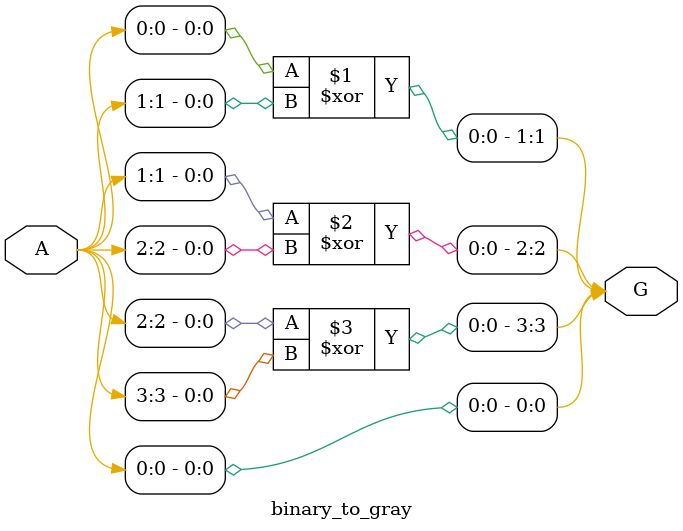
<source format=v>
module binary_to_gray(
  input [3:0] A,
  output [3:0] G
);

  assign G[0] = A[0];
  assign G[1] = A[0] ^ A[1];
  assign G[2] = A[1] ^ A[2];
  assign G[3] = A[2] ^ A[3];

endmodule
</source>
